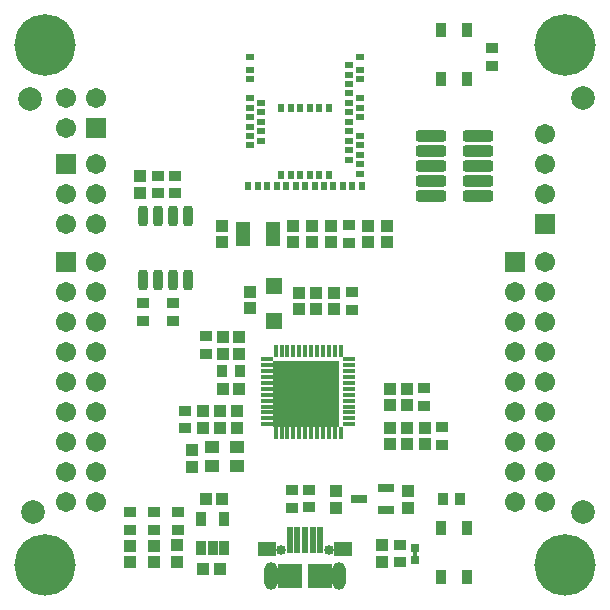
<source format=gts>
G04*
G04 #@! TF.GenerationSoftware,Altium Limited,Altium Designer,18.1.7 (191)*
G04*
G04 Layer_Color=8388736*
%FSLAX25Y25*%
%MOIN*%
G70*
G01*
G75*
%ADD40R,0.03950X0.04343*%
%ADD41R,0.02756X0.01968*%
%ADD42C,0.07874*%
%ADD43R,0.04343X0.03950*%
%ADD44R,0.03359X0.04934*%
%ADD45R,0.04343X0.03556*%
G04:AMPARAMS|DCode=46|XSize=102.49mil|YSize=37.13mil|CornerRadius=8.37mil|HoleSize=0mil|Usage=FLASHONLY|Rotation=180.000|XOffset=0mil|YOffset=0mil|HoleType=Round|Shape=RoundedRectangle|*
%AMROUNDEDRECTD46*
21,1,0.10249,0.02039,0,0,180.0*
21,1,0.08575,0.03713,0,0,180.0*
1,1,0.01674,-0.04287,0.01020*
1,1,0.01674,0.04287,0.01020*
1,1,0.01674,0.04287,-0.01020*
1,1,0.01674,-0.04287,-0.01020*
%
%ADD46ROUNDEDRECTD46*%
%ADD47R,0.04737X0.07887*%
%ADD48R,0.02769X0.03162*%
%ADD49R,0.05603X0.05721*%
%ADD50R,0.03989X0.01666*%
%ADD51R,0.01666X0.03989*%
%ADD52R,0.22060X0.22060*%
%ADD53R,0.05328X0.03162*%
%ADD54R,0.03556X0.04343*%
%ADD55R,0.02375X0.09068*%
%ADD56R,0.05918X0.04737*%
%ADD57R,0.08280X0.08280*%
%ADD58R,0.03359X0.05131*%
%ADD59R,0.04776X0.03989*%
G04:AMPARAMS|DCode=60|XSize=69.02mil|YSize=31.62mil|CornerRadius=9.91mil|HoleSize=0mil|Usage=FLASHONLY|Rotation=270.000|XOffset=0mil|YOffset=0mil|HoleType=Round|Shape=RoundedRectangle|*
%AMROUNDEDRECTD60*
21,1,0.06902,0.01181,0,0,270.0*
21,1,0.04921,0.03162,0,0,270.0*
1,1,0.01981,-0.00591,-0.02461*
1,1,0.01981,-0.00591,0.02461*
1,1,0.01981,0.00591,0.02461*
1,1,0.01981,0.00591,-0.02461*
%
%ADD60ROUNDEDRECTD60*%
%ADD61R,0.01968X0.02756*%
%ADD62C,0.01181*%
%ADD63C,0.06706*%
%ADD64R,0.06706X0.06706*%
%ADD65C,0.20485*%
%ADD66C,0.04737*%
%ADD67C,0.03950*%
%ADD68C,0.03359*%
%ADD69O,0.04540X0.09265*%
D40*
X76551Y70441D02*
D03*
X71039D02*
D03*
X64484Y10236D02*
D03*
X69996D02*
D03*
X65272Y33858D02*
D03*
X70784D02*
D03*
X71039Y82072D02*
D03*
X76551D02*
D03*
X71039Y87797D02*
D03*
X76551D02*
D03*
D41*
X116732Y142126D02*
D03*
Y145275D02*
D03*
X80118Y151575D02*
D03*
Y154724D02*
D03*
Y176771D02*
D03*
Y173622D02*
D03*
Y157874D02*
D03*
X113189Y175197D02*
D03*
Y168897D02*
D03*
X80118Y167323D02*
D03*
X113189Y153149D02*
D03*
Y162598D02*
D03*
Y156299D02*
D03*
Y150000D02*
D03*
X116732Y148425D02*
D03*
Y164173D02*
D03*
Y151575D02*
D03*
X83661Y165748D02*
D03*
Y162598D02*
D03*
X113189Y146850D02*
D03*
X116732Y154724D02*
D03*
Y161023D02*
D03*
X113189Y159449D02*
D03*
Y165748D02*
D03*
X116732Y167323D02*
D03*
X83661Y156299D02*
D03*
Y159449D02*
D03*
X116732Y176772D02*
D03*
Y173622D02*
D03*
X113189Y172047D02*
D03*
Y178347D02*
D03*
X116732Y181102D02*
D03*
X80118Y161024D02*
D03*
Y164173D02*
D03*
X83661Y153149D02*
D03*
X80118Y181102D02*
D03*
D42*
X190945Y167323D02*
D03*
Y29528D02*
D03*
X7874D02*
D03*
X6666Y167036D02*
D03*
D43*
X55836Y12759D02*
D03*
Y18271D02*
D03*
X70669Y124827D02*
D03*
Y119315D02*
D03*
X125787Y124803D02*
D03*
Y119291D02*
D03*
X119275D02*
D03*
Y124803D02*
D03*
X106890D02*
D03*
Y119291D02*
D03*
X100591Y124803D02*
D03*
Y119291D02*
D03*
X94291Y124827D02*
D03*
Y119315D02*
D03*
X124107Y18272D02*
D03*
Y12760D02*
D03*
X102206Y96977D02*
D03*
Y102488D02*
D03*
X96480Y96977D02*
D03*
Y102488D02*
D03*
X80094Y97244D02*
D03*
Y102756D02*
D03*
X132497Y70497D02*
D03*
Y64985D02*
D03*
X126772Y70497D02*
D03*
Y64985D02*
D03*
X138230Y57472D02*
D03*
Y51961D02*
D03*
X132505Y57472D02*
D03*
Y51961D02*
D03*
X126780Y57472D02*
D03*
Y51961D02*
D03*
X132654Y36238D02*
D03*
Y30726D02*
D03*
X108661Y36238D02*
D03*
Y30726D02*
D03*
X48031Y12672D02*
D03*
Y18184D02*
D03*
X60584Y50000D02*
D03*
Y44488D02*
D03*
X75741Y62982D02*
D03*
Y57471D02*
D03*
X69996Y62982D02*
D03*
Y57471D02*
D03*
X64271Y62982D02*
D03*
Y57471D02*
D03*
X43307Y135827D02*
D03*
Y141339D02*
D03*
X39944Y12672D02*
D03*
Y18184D02*
D03*
X107931Y102488D02*
D03*
Y96977D02*
D03*
D44*
X152264Y190059D02*
D03*
X143799Y173721D02*
D03*
X152264D02*
D03*
X143799Y190059D02*
D03*
X152264Y7579D02*
D03*
X143799Y23917D02*
D03*
X152264D02*
D03*
X143799Y7579D02*
D03*
D45*
X160630Y178150D02*
D03*
Y184055D02*
D03*
X112975Y119095D02*
D03*
Y125000D02*
D03*
X129921Y12563D02*
D03*
Y18469D02*
D03*
X114173Y96780D02*
D03*
Y102685D02*
D03*
X138223Y70694D02*
D03*
Y64788D02*
D03*
X144095Y57669D02*
D03*
Y51764D02*
D03*
X99863Y30906D02*
D03*
Y36811D02*
D03*
X94138Y30803D02*
D03*
Y36709D02*
D03*
X55905Y29311D02*
D03*
Y23405D02*
D03*
X58545Y63218D02*
D03*
Y57313D02*
D03*
X65511Y82087D02*
D03*
Y87992D02*
D03*
X54488Y99016D02*
D03*
Y93110D02*
D03*
X44488Y99016D02*
D03*
Y93110D02*
D03*
X49449Y135630D02*
D03*
Y141535D02*
D03*
X55174Y135630D02*
D03*
Y141535D02*
D03*
X48031Y29224D02*
D03*
Y23319D02*
D03*
X39944Y29224D02*
D03*
Y23319D02*
D03*
D46*
X155905Y154724D02*
D03*
Y149724D02*
D03*
Y144724D02*
D03*
Y139724D02*
D03*
X140551Y134724D02*
D03*
X155905D02*
D03*
X140551Y139724D02*
D03*
Y144724D02*
D03*
Y149724D02*
D03*
Y154724D02*
D03*
D47*
X87599Y122071D02*
D03*
X77756D02*
D03*
D48*
X134996Y13547D02*
D03*
Y17484D02*
D03*
D49*
X87968Y104764D02*
D03*
Y93150D02*
D03*
D50*
X113016Y58630D02*
D03*
Y60598D02*
D03*
Y62567D02*
D03*
Y64535D02*
D03*
Y66504D02*
D03*
Y68472D02*
D03*
Y70441D02*
D03*
Y72409D02*
D03*
Y74378D02*
D03*
Y76346D02*
D03*
Y78315D02*
D03*
Y80283D02*
D03*
X85850D02*
D03*
Y78315D02*
D03*
Y76346D02*
D03*
Y74378D02*
D03*
Y72409D02*
D03*
Y70441D02*
D03*
Y68472D02*
D03*
Y66504D02*
D03*
Y64535D02*
D03*
Y62567D02*
D03*
Y60598D02*
D03*
Y58630D02*
D03*
D51*
X110260Y83039D02*
D03*
X108291D02*
D03*
X106323D02*
D03*
X104354D02*
D03*
X102386D02*
D03*
X100417D02*
D03*
X98449D02*
D03*
X96480D02*
D03*
X94512D02*
D03*
X92543D02*
D03*
X90575D02*
D03*
X88606D02*
D03*
Y55874D02*
D03*
X90575D02*
D03*
X92543D02*
D03*
X94512D02*
D03*
X96480D02*
D03*
X98449D02*
D03*
X100417D02*
D03*
X102386D02*
D03*
X104354D02*
D03*
X106323D02*
D03*
X108291D02*
D03*
X110260D02*
D03*
D52*
X98646Y68669D02*
D03*
D53*
X125280Y29996D02*
D03*
Y37477D02*
D03*
X116422Y33737D02*
D03*
D54*
X150197Y33597D02*
D03*
X144291D02*
D03*
X76748Y76346D02*
D03*
X70843D02*
D03*
D55*
X93307Y20169D02*
D03*
X103543Y20169D02*
D03*
X100984D02*
D03*
X98425D02*
D03*
X95866D02*
D03*
D56*
X111024Y17020D02*
D03*
X85827D02*
D03*
D57*
X93307Y8161D02*
D03*
X103543D02*
D03*
D58*
X63874Y27004D02*
D03*
X71354D02*
D03*
Y17555D02*
D03*
X67614D02*
D03*
X63874D02*
D03*
D59*
X67405Y51039D02*
D03*
X75673D02*
D03*
Y44739D02*
D03*
X67405D02*
D03*
D60*
X44449Y127953D02*
D03*
X49449D02*
D03*
X54449D02*
D03*
X59449D02*
D03*
X59488Y106693D02*
D03*
X54488D02*
D03*
X49488D02*
D03*
X44488D02*
D03*
D61*
X100000Y164173D02*
D03*
X90551D02*
D03*
X93701D02*
D03*
X79528Y138189D02*
D03*
X90551Y141732D02*
D03*
X96850D02*
D03*
X103150D02*
D03*
X106299D02*
D03*
X100000D02*
D03*
X93701D02*
D03*
X88976Y138189D02*
D03*
X107874D02*
D03*
X104724D02*
D03*
X101575D02*
D03*
X92126D02*
D03*
X95276D02*
D03*
X98425D02*
D03*
X85827D02*
D03*
X114173D02*
D03*
X82677D02*
D03*
X117323D02*
D03*
X96850Y164173D02*
D03*
X103150D02*
D03*
X106299D02*
D03*
X111024Y138189D02*
D03*
D62*
X134996Y13547D02*
Y17484D01*
D63*
X28622Y52677D02*
D03*
Y62677D02*
D03*
X18622Y157239D02*
D03*
X28622Y167239D02*
D03*
X18622D02*
D03*
X178228Y112677D02*
D03*
X168228Y102677D02*
D03*
X178228D02*
D03*
X168228Y92677D02*
D03*
X178228D02*
D03*
X168228Y82677D02*
D03*
X178228D02*
D03*
X168228Y72677D02*
D03*
X178228D02*
D03*
X168228Y62677D02*
D03*
X178228D02*
D03*
X168228Y52677D02*
D03*
X178228D02*
D03*
X168228Y42677D02*
D03*
X178228D02*
D03*
X168228Y32677D02*
D03*
X178228D02*
D03*
X28622Y125450D02*
D03*
X18622D02*
D03*
X28622Y135450D02*
D03*
X18622D02*
D03*
X28622Y145450D02*
D03*
X178228Y135449D02*
D03*
Y145449D02*
D03*
Y155449D02*
D03*
X28622Y112677D02*
D03*
X18622Y102677D02*
D03*
X28622D02*
D03*
X18622Y92677D02*
D03*
X28622D02*
D03*
X18622Y82677D02*
D03*
X28622D02*
D03*
X18622Y72677D02*
D03*
X28622D02*
D03*
X18622Y62677D02*
D03*
Y52677D02*
D03*
Y42677D02*
D03*
X28622D02*
D03*
X18622Y32677D02*
D03*
X28622D02*
D03*
D64*
X28622Y157239D02*
D03*
X168228Y112677D02*
D03*
X18622Y145450D02*
D03*
X178228Y125449D02*
D03*
X18622Y112677D02*
D03*
D65*
X11811Y185039D02*
D03*
X185039D02*
D03*
Y11811D02*
D03*
X11811D02*
D03*
D66*
X3937Y185039D02*
D03*
X19685D02*
D03*
X11811Y192913D02*
D03*
Y177165D02*
D03*
X6299Y179528D02*
D03*
X17323Y190551D02*
D03*
X6299D02*
D03*
X17323Y179528D02*
D03*
X190551D02*
D03*
X179528Y190551D02*
D03*
X190551D02*
D03*
X179528Y179528D02*
D03*
X185039Y177165D02*
D03*
Y192913D02*
D03*
X192913Y185039D02*
D03*
X177165D02*
D03*
Y11811D02*
D03*
X192913D02*
D03*
X185039Y19685D02*
D03*
Y3937D02*
D03*
X179528Y6299D02*
D03*
X190551Y17323D02*
D03*
X179528D02*
D03*
X190551Y6299D02*
D03*
X17323D02*
D03*
X6299Y17323D02*
D03*
X17323D02*
D03*
X6299Y6299D02*
D03*
X11811Y3937D02*
D03*
Y19685D02*
D03*
X19685Y11811D02*
D03*
X3937D02*
D03*
D67*
X106520Y62370D02*
D03*
X99433D02*
D03*
X92347D02*
D03*
Y69457D02*
D03*
Y76543D02*
D03*
X99433D02*
D03*
X106520D02*
D03*
Y69457D02*
D03*
X98646Y68669D02*
D03*
D68*
X106299Y16823D02*
D03*
X90551D02*
D03*
D69*
X87106Y8161D02*
D03*
X109744D02*
D03*
M02*

</source>
